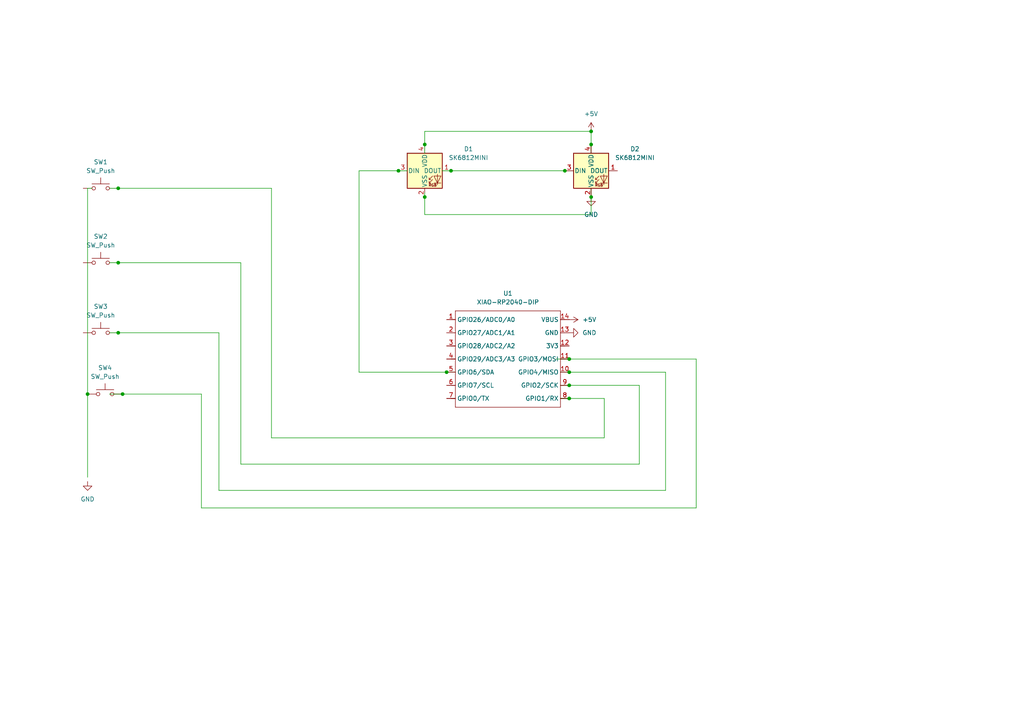
<source format=kicad_sch>
(kicad_sch
	(version 20231120)
	(generator "eeschema")
	(generator_version "8.0")
	(uuid "31334074-45fd-41da-9072-c07b1904e6c5")
	(paper "A4")
	(lib_symbols
		(symbol "LED:SK6812MINI"
			(pin_names
				(offset 0.254)
			)
			(exclude_from_sim no)
			(in_bom yes)
			(on_board yes)
			(property "Reference" "D"
				(at 5.08 5.715 0)
				(effects
					(font
						(size 1.27 1.27)
					)
					(justify right bottom)
				)
			)
			(property "Value" "SK6812MINI"
				(at 1.27 -5.715 0)
				(effects
					(font
						(size 1.27 1.27)
					)
					(justify left top)
				)
			)
			(property "Footprint" "LED_SMD:LED_SK6812MINI_PLCC4_3.5x3.5mm_P1.75mm"
				(at 1.27 -7.62 0)
				(effects
					(font
						(size 1.27 1.27)
					)
					(justify left top)
					(hide yes)
				)
			)
			(property "Datasheet" "https://cdn-shop.adafruit.com/product-files/2686/SK6812MINI_REV.01-1-2.pdf"
				(at 2.54 -9.525 0)
				(effects
					(font
						(size 1.27 1.27)
					)
					(justify left top)
					(hide yes)
				)
			)
			(property "Description" "RGB LED with integrated controller"
				(at 0 0 0)
				(effects
					(font
						(size 1.27 1.27)
					)
					(hide yes)
				)
			)
			(property "ki_keywords" "RGB LED NeoPixel Mini addressable"
				(at 0 0 0)
				(effects
					(font
						(size 1.27 1.27)
					)
					(hide yes)
				)
			)
			(property "ki_fp_filters" "LED*SK6812MINI*PLCC*3.5x3.5mm*P1.75mm*"
				(at 0 0 0)
				(effects
					(font
						(size 1.27 1.27)
					)
					(hide yes)
				)
			)
			(symbol "SK6812MINI_0_0"
				(text "RGB"
					(at 2.286 -4.191 0)
					(effects
						(font
							(size 0.762 0.762)
						)
					)
				)
			)
			(symbol "SK6812MINI_0_1"
				(polyline
					(pts
						(xy 1.27 -3.556) (xy 1.778 -3.556)
					)
					(stroke
						(width 0)
						(type default)
					)
					(fill
						(type none)
					)
				)
				(polyline
					(pts
						(xy 1.27 -2.54) (xy 1.778 -2.54)
					)
					(stroke
						(width 0)
						(type default)
					)
					(fill
						(type none)
					)
				)
				(polyline
					(pts
						(xy 4.699 -3.556) (xy 2.667 -3.556)
					)
					(stroke
						(width 0)
						(type default)
					)
					(fill
						(type none)
					)
				)
				(polyline
					(pts
						(xy 2.286 -2.54) (xy 1.27 -3.556) (xy 1.27 -3.048)
					)
					(stroke
						(width 0)
						(type default)
					)
					(fill
						(type none)
					)
				)
				(polyline
					(pts
						(xy 2.286 -1.524) (xy 1.27 -2.54) (xy 1.27 -2.032)
					)
					(stroke
						(width 0)
						(type default)
					)
					(fill
						(type none)
					)
				)
				(polyline
					(pts
						(xy 3.683 -1.016) (xy 3.683 -3.556) (xy 3.683 -4.064)
					)
					(stroke
						(width 0)
						(type default)
					)
					(fill
						(type none)
					)
				)
				(polyline
					(pts
						(xy 4.699 -1.524) (xy 2.667 -1.524) (xy 3.683 -3.556) (xy 4.699 -1.524)
					)
					(stroke
						(width 0)
						(type default)
					)
					(fill
						(type none)
					)
				)
				(rectangle
					(start 5.08 5.08)
					(end -5.08 -5.08)
					(stroke
						(width 0.254)
						(type default)
					)
					(fill
						(type background)
					)
				)
			)
			(symbol "SK6812MINI_1_1"
				(pin output line
					(at 7.62 0 180)
					(length 2.54)
					(name "DOUT"
						(effects
							(font
								(size 1.27 1.27)
							)
						)
					)
					(number "1"
						(effects
							(font
								(size 1.27 1.27)
							)
						)
					)
				)
				(pin power_in line
					(at 0 -7.62 90)
					(length 2.54)
					(name "VSS"
						(effects
							(font
								(size 1.27 1.27)
							)
						)
					)
					(number "2"
						(effects
							(font
								(size 1.27 1.27)
							)
						)
					)
				)
				(pin input line
					(at -7.62 0 0)
					(length 2.54)
					(name "DIN"
						(effects
							(font
								(size 1.27 1.27)
							)
						)
					)
					(number "3"
						(effects
							(font
								(size 1.27 1.27)
							)
						)
					)
				)
				(pin power_in line
					(at 0 7.62 270)
					(length 2.54)
					(name "VDD"
						(effects
							(font
								(size 1.27 1.27)
							)
						)
					)
					(number "4"
						(effects
							(font
								(size 1.27 1.27)
							)
						)
					)
				)
			)
		)
		(symbol "OPL:XIAO-RP2040-DIP"
			(exclude_from_sim no)
			(in_bom yes)
			(on_board yes)
			(property "Reference" "U"
				(at 0 0 0)
				(effects
					(font
						(size 1.27 1.27)
					)
				)
			)
			(property "Value" "XIAO-RP2040-DIP"
				(at 5.334 -1.778 0)
				(effects
					(font
						(size 1.27 1.27)
					)
				)
			)
			(property "Footprint" "Module:MOUDLE14P-XIAO-DIP-SMD"
				(at 14.478 -32.258 0)
				(effects
					(font
						(size 1.27 1.27)
					)
					(hide yes)
				)
			)
			(property "Datasheet" ""
				(at 0 0 0)
				(effects
					(font
						(size 1.27 1.27)
					)
					(hide yes)
				)
			)
			(property "Description" ""
				(at 0 0 0)
				(effects
					(font
						(size 1.27 1.27)
					)
					(hide yes)
				)
			)
			(symbol "XIAO-RP2040-DIP_1_0"
				(polyline
					(pts
						(xy -1.27 -30.48) (xy -1.27 -16.51)
					)
					(stroke
						(width 0.1524)
						(type solid)
					)
					(fill
						(type none)
					)
				)
				(polyline
					(pts
						(xy -1.27 -27.94) (xy -2.54 -27.94)
					)
					(stroke
						(width 0.1524)
						(type solid)
					)
					(fill
						(type none)
					)
				)
				(polyline
					(pts
						(xy -1.27 -24.13) (xy -2.54 -24.13)
					)
					(stroke
						(width 0.1524)
						(type solid)
					)
					(fill
						(type none)
					)
				)
				(polyline
					(pts
						(xy -1.27 -20.32) (xy -2.54 -20.32)
					)
					(stroke
						(width 0.1524)
						(type solid)
					)
					(fill
						(type none)
					)
				)
				(polyline
					(pts
						(xy -1.27 -16.51) (xy -2.54 -16.51)
					)
					(stroke
						(width 0.1524)
						(type solid)
					)
					(fill
						(type none)
					)
				)
				(polyline
					(pts
						(xy -1.27 -16.51) (xy -1.27 -12.7)
					)
					(stroke
						(width 0.1524)
						(type solid)
					)
					(fill
						(type none)
					)
				)
				(polyline
					(pts
						(xy -1.27 -12.7) (xy -2.54 -12.7)
					)
					(stroke
						(width 0.1524)
						(type solid)
					)
					(fill
						(type none)
					)
				)
				(polyline
					(pts
						(xy -1.27 -12.7) (xy -1.27 -8.89)
					)
					(stroke
						(width 0.1524)
						(type solid)
					)
					(fill
						(type none)
					)
				)
				(polyline
					(pts
						(xy -1.27 -8.89) (xy -2.54 -8.89)
					)
					(stroke
						(width 0.1524)
						(type solid)
					)
					(fill
						(type none)
					)
				)
				(polyline
					(pts
						(xy -1.27 -8.89) (xy -1.27 -5.08)
					)
					(stroke
						(width 0.1524)
						(type solid)
					)
					(fill
						(type none)
					)
				)
				(polyline
					(pts
						(xy -1.27 -5.08) (xy -2.54 -5.08)
					)
					(stroke
						(width 0.1524)
						(type solid)
					)
					(fill
						(type none)
					)
				)
				(polyline
					(pts
						(xy -1.27 -5.08) (xy -1.27 -2.54)
					)
					(stroke
						(width 0.1524)
						(type solid)
					)
					(fill
						(type none)
					)
				)
				(polyline
					(pts
						(xy -1.27 -2.54) (xy 29.21 -2.54)
					)
					(stroke
						(width 0.1524)
						(type solid)
					)
					(fill
						(type none)
					)
				)
				(polyline
					(pts
						(xy 29.21 -30.48) (xy -1.27 -30.48)
					)
					(stroke
						(width 0.1524)
						(type solid)
					)
					(fill
						(type none)
					)
				)
				(polyline
					(pts
						(xy 29.21 -12.7) (xy 29.21 -30.48)
					)
					(stroke
						(width 0.1524)
						(type solid)
					)
					(fill
						(type none)
					)
				)
				(polyline
					(pts
						(xy 29.21 -8.89) (xy 29.21 -12.7)
					)
					(stroke
						(width 0.1524)
						(type solid)
					)
					(fill
						(type none)
					)
				)
				(polyline
					(pts
						(xy 29.21 -5.08) (xy 29.21 -8.89)
					)
					(stroke
						(width 0.1524)
						(type solid)
					)
					(fill
						(type none)
					)
				)
				(polyline
					(pts
						(xy 29.21 -2.54) (xy 29.21 -5.08)
					)
					(stroke
						(width 0.1524)
						(type solid)
					)
					(fill
						(type none)
					)
				)
				(polyline
					(pts
						(xy 30.48 -27.94) (xy 29.21 -27.94)
					)
					(stroke
						(width 0.1524)
						(type solid)
					)
					(fill
						(type none)
					)
				)
				(polyline
					(pts
						(xy 30.48 -24.13) (xy 29.21 -24.13)
					)
					(stroke
						(width 0.1524)
						(type solid)
					)
					(fill
						(type none)
					)
				)
				(polyline
					(pts
						(xy 30.48 -20.32) (xy 29.21 -20.32)
					)
					(stroke
						(width 0.1524)
						(type solid)
					)
					(fill
						(type none)
					)
				)
				(polyline
					(pts
						(xy 30.48 -16.51) (xy 29.21 -16.51)
					)
					(stroke
						(width 0.1524)
						(type solid)
					)
					(fill
						(type none)
					)
				)
				(polyline
					(pts
						(xy 30.48 -12.7) (xy 29.21 -12.7)
					)
					(stroke
						(width 0.1524)
						(type solid)
					)
					(fill
						(type none)
					)
				)
				(polyline
					(pts
						(xy 30.48 -8.89) (xy 29.21 -8.89)
					)
					(stroke
						(width 0.1524)
						(type solid)
					)
					(fill
						(type none)
					)
				)
				(polyline
					(pts
						(xy 30.48 -5.08) (xy 29.21 -5.08)
					)
					(stroke
						(width 0.1524)
						(type solid)
					)
					(fill
						(type none)
					)
				)
				(pin passive line
					(at -3.81 -5.08 0)
					(length 2.54)
					(name "GPIO26/ADC0/A0"
						(effects
							(font
								(size 1.27 1.27)
							)
						)
					)
					(number "1"
						(effects
							(font
								(size 1.27 1.27)
							)
						)
					)
				)
				(pin passive line
					(at 31.75 -20.32 180)
					(length 2.54)
					(name "GPIO4/MISO"
						(effects
							(font
								(size 1.27 1.27)
							)
						)
					)
					(number "10"
						(effects
							(font
								(size 1.27 1.27)
							)
						)
					)
				)
				(pin passive line
					(at 31.75 -16.51 180)
					(length 2.54)
					(name "GPIO3/MOSI"
						(effects
							(font
								(size 1.27 1.27)
							)
						)
					)
					(number "11"
						(effects
							(font
								(size 1.27 1.27)
							)
						)
					)
				)
				(pin passive line
					(at 31.75 -12.7 180)
					(length 2.54)
					(name "3V3"
						(effects
							(font
								(size 1.27 1.27)
							)
						)
					)
					(number "12"
						(effects
							(font
								(size 1.27 1.27)
							)
						)
					)
				)
				(pin passive line
					(at 31.75 -8.89 180)
					(length 2.54)
					(name "GND"
						(effects
							(font
								(size 1.27 1.27)
							)
						)
					)
					(number "13"
						(effects
							(font
								(size 1.27 1.27)
							)
						)
					)
				)
				(pin passive line
					(at 31.75 -5.08 180)
					(length 2.54)
					(name "VBUS"
						(effects
							(font
								(size 1.27 1.27)
							)
						)
					)
					(number "14"
						(effects
							(font
								(size 1.27 1.27)
							)
						)
					)
				)
				(pin passive line
					(at -3.81 -8.89 0)
					(length 2.54)
					(name "GPIO27/ADC1/A1"
						(effects
							(font
								(size 1.27 1.27)
							)
						)
					)
					(number "2"
						(effects
							(font
								(size 1.27 1.27)
							)
						)
					)
				)
				(pin passive line
					(at -3.81 -12.7 0)
					(length 2.54)
					(name "GPIO28/ADC2/A2"
						(effects
							(font
								(size 1.27 1.27)
							)
						)
					)
					(number "3"
						(effects
							(font
								(size 1.27 1.27)
							)
						)
					)
				)
				(pin passive line
					(at -3.81 -16.51 0)
					(length 2.54)
					(name "GPIO29/ADC3/A3"
						(effects
							(font
								(size 1.27 1.27)
							)
						)
					)
					(number "4"
						(effects
							(font
								(size 1.27 1.27)
							)
						)
					)
				)
				(pin passive line
					(at -3.81 -20.32 0)
					(length 2.54)
					(name "GPIO6/SDA"
						(effects
							(font
								(size 1.27 1.27)
							)
						)
					)
					(number "5"
						(effects
							(font
								(size 1.27 1.27)
							)
						)
					)
				)
				(pin passive line
					(at -3.81 -24.13 0)
					(length 2.54)
					(name "GPIO7/SCL"
						(effects
							(font
								(size 1.27 1.27)
							)
						)
					)
					(number "6"
						(effects
							(font
								(size 1.27 1.27)
							)
						)
					)
				)
				(pin passive line
					(at -3.81 -27.94 0)
					(length 2.54)
					(name "GPIO0/TX"
						(effects
							(font
								(size 1.27 1.27)
							)
						)
					)
					(number "7"
						(effects
							(font
								(size 1.27 1.27)
							)
						)
					)
				)
				(pin passive line
					(at 31.75 -27.94 180)
					(length 2.54)
					(name "GPIO1/RX"
						(effects
							(font
								(size 1.27 1.27)
							)
						)
					)
					(number "8"
						(effects
							(font
								(size 1.27 1.27)
							)
						)
					)
				)
				(pin passive line
					(at 31.75 -24.13 180)
					(length 2.54)
					(name "GPIO2/SCK"
						(effects
							(font
								(size 1.27 1.27)
							)
						)
					)
					(number "9"
						(effects
							(font
								(size 1.27 1.27)
							)
						)
					)
				)
			)
		)
		(symbol "Switch:SW_Push"
			(pin_numbers hide)
			(pin_names
				(offset 1.016) hide)
			(exclude_from_sim no)
			(in_bom yes)
			(on_board yes)
			(property "Reference" "SW"
				(at 1.27 2.54 0)
				(effects
					(font
						(size 1.27 1.27)
					)
					(justify left)
				)
			)
			(property "Value" "SW_Push"
				(at 0 -1.524 0)
				(effects
					(font
						(size 1.27 1.27)
					)
				)
			)
			(property "Footprint" ""
				(at 0 5.08 0)
				(effects
					(font
						(size 1.27 1.27)
					)
					(hide yes)
				)
			)
			(property "Datasheet" "~"
				(at 0 5.08 0)
				(effects
					(font
						(size 1.27 1.27)
					)
					(hide yes)
				)
			)
			(property "Description" "Push button switch, generic, two pins"
				(at 0 0 0)
				(effects
					(font
						(size 1.27 1.27)
					)
					(hide yes)
				)
			)
			(property "ki_keywords" "switch normally-open pushbutton push-button"
				(at 0 0 0)
				(effects
					(font
						(size 1.27 1.27)
					)
					(hide yes)
				)
			)
			(symbol "SW_Push_0_1"
				(circle
					(center -2.032 0)
					(radius 0.508)
					(stroke
						(width 0)
						(type default)
					)
					(fill
						(type none)
					)
				)
				(polyline
					(pts
						(xy 0 1.27) (xy 0 3.048)
					)
					(stroke
						(width 0)
						(type default)
					)
					(fill
						(type none)
					)
				)
				(polyline
					(pts
						(xy 2.54 1.27) (xy -2.54 1.27)
					)
					(stroke
						(width 0)
						(type default)
					)
					(fill
						(type none)
					)
				)
				(circle
					(center 2.032 0)
					(radius 0.508)
					(stroke
						(width 0)
						(type default)
					)
					(fill
						(type none)
					)
				)
				(pin passive line
					(at -5.08 0 0)
					(length 2.54)
					(name "1"
						(effects
							(font
								(size 1.27 1.27)
							)
						)
					)
					(number "1"
						(effects
							(font
								(size 1.27 1.27)
							)
						)
					)
				)
				(pin passive line
					(at 5.08 0 180)
					(length 2.54)
					(name "2"
						(effects
							(font
								(size 1.27 1.27)
							)
						)
					)
					(number "2"
						(effects
							(font
								(size 1.27 1.27)
							)
						)
					)
				)
			)
		)
		(symbol "power:+5V"
			(power)
			(pin_numbers hide)
			(pin_names
				(offset 0) hide)
			(exclude_from_sim no)
			(in_bom yes)
			(on_board yes)
			(property "Reference" "#PWR"
				(at 0 -3.81 0)
				(effects
					(font
						(size 1.27 1.27)
					)
					(hide yes)
				)
			)
			(property "Value" "+5V"
				(at 0 3.556 0)
				(effects
					(font
						(size 1.27 1.27)
					)
				)
			)
			(property "Footprint" ""
				(at 0 0 0)
				(effects
					(font
						(size 1.27 1.27)
					)
					(hide yes)
				)
			)
			(property "Datasheet" ""
				(at 0 0 0)
				(effects
					(font
						(size 1.27 1.27)
					)
					(hide yes)
				)
			)
			(property "Description" "Power symbol creates a global label with name \"+5V\""
				(at 0 0 0)
				(effects
					(font
						(size 1.27 1.27)
					)
					(hide yes)
				)
			)
			(property "ki_keywords" "global power"
				(at 0 0 0)
				(effects
					(font
						(size 1.27 1.27)
					)
					(hide yes)
				)
			)
			(symbol "+5V_0_1"
				(polyline
					(pts
						(xy -0.762 1.27) (xy 0 2.54)
					)
					(stroke
						(width 0)
						(type default)
					)
					(fill
						(type none)
					)
				)
				(polyline
					(pts
						(xy 0 0) (xy 0 2.54)
					)
					(stroke
						(width 0)
						(type default)
					)
					(fill
						(type none)
					)
				)
				(polyline
					(pts
						(xy 0 2.54) (xy 0.762 1.27)
					)
					(stroke
						(width 0)
						(type default)
					)
					(fill
						(type none)
					)
				)
			)
			(symbol "+5V_1_1"
				(pin power_in line
					(at 0 0 90)
					(length 0)
					(name "~"
						(effects
							(font
								(size 1.27 1.27)
							)
						)
					)
					(number "1"
						(effects
							(font
								(size 1.27 1.27)
							)
						)
					)
				)
			)
		)
		(symbol "power:GND"
			(power)
			(pin_numbers hide)
			(pin_names
				(offset 0) hide)
			(exclude_from_sim no)
			(in_bom yes)
			(on_board yes)
			(property "Reference" "#PWR"
				(at 0 -6.35 0)
				(effects
					(font
						(size 1.27 1.27)
					)
					(hide yes)
				)
			)
			(property "Value" "GND"
				(at 0 -3.81 0)
				(effects
					(font
						(size 1.27 1.27)
					)
				)
			)
			(property "Footprint" ""
				(at 0 0 0)
				(effects
					(font
						(size 1.27 1.27)
					)
					(hide yes)
				)
			)
			(property "Datasheet" ""
				(at 0 0 0)
				(effects
					(font
						(size 1.27 1.27)
					)
					(hide yes)
				)
			)
			(property "Description" "Power symbol creates a global label with name \"GND\" , ground"
				(at 0 0 0)
				(effects
					(font
						(size 1.27 1.27)
					)
					(hide yes)
				)
			)
			(property "ki_keywords" "global power"
				(at 0 0 0)
				(effects
					(font
						(size 1.27 1.27)
					)
					(hide yes)
				)
			)
			(symbol "GND_0_1"
				(polyline
					(pts
						(xy 0 0) (xy 0 -1.27) (xy 1.27 -1.27) (xy 0 -2.54) (xy -1.27 -1.27) (xy 0 -1.27)
					)
					(stroke
						(width 0)
						(type default)
					)
					(fill
						(type none)
					)
				)
			)
			(symbol "GND_1_1"
				(pin power_in line
					(at 0 0 270)
					(length 0)
					(name "~"
						(effects
							(font
								(size 1.27 1.27)
							)
						)
					)
					(number "1"
						(effects
							(font
								(size 1.27 1.27)
							)
						)
					)
				)
			)
		)
	)
	(junction
		(at 34.29 54.61)
		(diameter 0)
		(color 0 0 0 0)
		(uuid "0dbf171f-5aed-4286-b379-10ef7a330052")
	)
	(junction
		(at 34.29 76.2)
		(diameter 0)
		(color 0 0 0 0)
		(uuid "0eba3533-4513-4514-b581-f53b7d14d123")
	)
	(junction
		(at 165.1 115.57)
		(diameter 0)
		(color 0 0 0 0)
		(uuid "17f0cfb3-2a80-4330-b979-74c571a63143")
	)
	(junction
		(at 163.83 49.53)
		(diameter 0)
		(color 0 0 0 0)
		(uuid "2265761e-d164-456b-8a48-823505df58f1")
	)
	(junction
		(at 123.19 41.91)
		(diameter 0)
		(color 0 0 0 0)
		(uuid "356dc5d0-55ce-45ed-b838-e27c321def52")
	)
	(junction
		(at 34.29 96.52)
		(diameter 0)
		(color 0 0 0 0)
		(uuid "3646049f-cb79-4da5-8d55-dece0042e63e")
	)
	(junction
		(at 130.81 49.53)
		(diameter 0)
		(color 0 0 0 0)
		(uuid "4d3054f7-1504-4819-8124-f89ffa6038f9")
	)
	(junction
		(at 165.1 111.76)
		(diameter 0)
		(color 0 0 0 0)
		(uuid "53a0b990-840f-48e0-9dd9-99236a7de584")
	)
	(junction
		(at 129.54 107.95)
		(diameter 0)
		(color 0 0 0 0)
		(uuid "7bb26772-abec-4ca2-9d46-6fa03053d04b")
	)
	(junction
		(at 165.1 107.95)
		(diameter 0)
		(color 0 0 0 0)
		(uuid "89974134-9f07-4ae1-840b-251315d56bae")
	)
	(junction
		(at 171.45 38.1)
		(diameter 0)
		(color 0 0 0 0)
		(uuid "8e7ae554-f88c-4297-b5cc-41718764e03a")
	)
	(junction
		(at 115.57 49.53)
		(diameter 0)
		(color 0 0 0 0)
		(uuid "9a431b02-dcba-49de-9e72-b782ce2048ff")
	)
	(junction
		(at 25.4 114.3)
		(diameter 0)
		(color 0 0 0 0)
		(uuid "a1a289dc-7827-4d45-be95-4ddb85e7bd03")
	)
	(junction
		(at 171.45 41.91)
		(diameter 0)
		(color 0 0 0 0)
		(uuid "d588c368-c868-423c-9c5e-caabc2bd0bcc")
	)
	(junction
		(at 165.1 104.14)
		(diameter 0)
		(color 0 0 0 0)
		(uuid "e390f6ee-e19d-451c-bf37-73fe1c5b4408")
	)
	(junction
		(at 35.56 114.3)
		(diameter 0)
		(color 0 0 0 0)
		(uuid "ef554074-e3f0-42a4-a1ec-edbb8b150f14")
	)
	(junction
		(at 171.45 57.15)
		(diameter 0)
		(color 0 0 0 0)
		(uuid "f81e8fea-f7c6-4d14-b175-0146ccffbec6")
	)
	(junction
		(at 123.19 57.15)
		(diameter 0)
		(color 0 0 0 0)
		(uuid "f88b4070-521e-40a9-aaf9-76a1a5131f01")
	)
	(wire
		(pts
			(xy 165.1 111.76) (xy 185.42 111.76)
		)
		(stroke
			(width 0)
			(type default)
		)
		(uuid "053fec75-41fb-46dc-859c-e5f7e13d251b")
	)
	(wire
		(pts
			(xy 31.75 76.2) (xy 34.29 76.2)
		)
		(stroke
			(width 0)
			(type default)
		)
		(uuid "0a3ce3b4-b464-486b-9bcb-24aa40a87d77")
	)
	(wire
		(pts
			(xy 123.19 62.23) (xy 171.45 62.23)
		)
		(stroke
			(width 0)
			(type default)
		)
		(uuid "0a488b58-91a9-4bfb-b2fa-546c1999fe8c")
	)
	(wire
		(pts
			(xy 35.56 114.3) (xy 58.42 114.3)
		)
		(stroke
			(width 0)
			(type default)
		)
		(uuid "1bd4ded1-96b5-4a64-9d6d-809bfebd3769")
	)
	(wire
		(pts
			(xy 162.56 115.57) (xy 165.1 115.57)
		)
		(stroke
			(width 0)
			(type default)
		)
		(uuid "27f4c64e-9670-438c-9272-368f8ce9c6e3")
	)
	(wire
		(pts
			(xy 162.56 111.76) (xy 165.1 111.76)
		)
		(stroke
			(width 0)
			(type default)
		)
		(uuid "2cdb97ce-1241-46f5-9c30-e0658dbf74b7")
	)
	(wire
		(pts
			(xy 104.14 107.95) (xy 104.14 49.53)
		)
		(stroke
			(width 0)
			(type default)
		)
		(uuid "2e4b5bf0-7619-4e80-bc63-5b1accd67e92")
	)
	(wire
		(pts
			(xy 31.75 54.61) (xy 34.29 54.61)
		)
		(stroke
			(width 0)
			(type default)
		)
		(uuid "3280fa0a-ec99-4132-ab08-2eada74b5c74")
	)
	(wire
		(pts
			(xy 63.5 142.24) (xy 193.04 142.24)
		)
		(stroke
			(width 0)
			(type default)
		)
		(uuid "3bc014be-7b51-431b-9b29-73e69882bfe1")
	)
	(wire
		(pts
			(xy 165.1 107.95) (xy 193.04 107.95)
		)
		(stroke
			(width 0)
			(type default)
		)
		(uuid "460e7ba0-0afe-4a24-b434-de519accda24")
	)
	(wire
		(pts
			(xy 34.29 96.52) (xy 63.5 96.52)
		)
		(stroke
			(width 0)
			(type default)
		)
		(uuid "46e82756-e8ab-4be3-ad5d-a8783f63047c")
	)
	(wire
		(pts
			(xy 193.04 142.24) (xy 193.04 107.95)
		)
		(stroke
			(width 0)
			(type default)
		)
		(uuid "4a49378e-08aa-4d50-8b3e-fd0b98932c68")
	)
	(wire
		(pts
			(xy 128.27 49.53) (xy 130.81 49.53)
		)
		(stroke
			(width 0)
			(type default)
		)
		(uuid "4e114e84-bf9e-44f6-8bff-ede29bc0179d")
	)
	(wire
		(pts
			(xy 123.19 38.1) (xy 123.19 41.91)
		)
		(stroke
			(width 0)
			(type default)
		)
		(uuid "5aae2f26-820f-4dd1-8dfe-d7fda9162f51")
	)
	(wire
		(pts
			(xy 161.29 104.14) (xy 165.1 104.14)
		)
		(stroke
			(width 0)
			(type default)
		)
		(uuid "5e0f1a27-0e47-4d09-950d-09c9b06f5d4d")
	)
	(wire
		(pts
			(xy 78.74 54.61) (xy 78.74 127)
		)
		(stroke
			(width 0)
			(type default)
		)
		(uuid "650e13f1-6fd8-4ce9-8a50-8c7bcbf56daf")
	)
	(wire
		(pts
			(xy 165.1 115.57) (xy 175.26 115.57)
		)
		(stroke
			(width 0)
			(type default)
		)
		(uuid "65ec7f4e-1384-4f87-9da6-f99d0463a29e")
	)
	(wire
		(pts
			(xy 69.85 134.62) (xy 185.42 134.62)
		)
		(stroke
			(width 0)
			(type default)
		)
		(uuid "66cfef4e-eb98-4bd9-8c1a-9610ab8dfb35")
	)
	(wire
		(pts
			(xy 171.45 38.1) (xy 123.19 38.1)
		)
		(stroke
			(width 0)
			(type default)
		)
		(uuid "67ef9306-9baf-481e-aded-d52da233e45e")
	)
	(wire
		(pts
			(xy 171.45 41.91) (xy 171.45 38.1)
		)
		(stroke
			(width 0)
			(type default)
		)
		(uuid "6bba7e15-aa04-4428-8468-9481de358742")
	)
	(wire
		(pts
			(xy 123.19 55.88) (xy 123.19 57.15)
		)
		(stroke
			(width 0)
			(type default)
		)
		(uuid "6d523e9f-81e5-4857-bbdd-1561e821313b")
	)
	(wire
		(pts
			(xy 123.19 41.91) (xy 123.19 44.45)
		)
		(stroke
			(width 0)
			(type default)
		)
		(uuid "710accc5-f88b-4629-b821-661e5425129a")
	)
	(wire
		(pts
			(xy 171.45 57.15) (xy 171.45 62.23)
		)
		(stroke
			(width 0)
			(type default)
		)
		(uuid "72758c4d-32fb-4da1-a6b9-d5be9ab95054")
	)
	(wire
		(pts
			(xy 78.74 127) (xy 175.26 127)
		)
		(stroke
			(width 0)
			(type default)
		)
		(uuid "7f268df2-7646-4a0d-8e65-c27e662f3f13")
	)
	(wire
		(pts
			(xy 31.75 96.52) (xy 34.29 96.52)
		)
		(stroke
			(width 0)
			(type default)
		)
		(uuid "8bcd60eb-7758-4c4b-9862-892b8e60801d")
	)
	(wire
		(pts
			(xy 58.42 114.3) (xy 58.42 147.32)
		)
		(stroke
			(width 0)
			(type default)
		)
		(uuid "8c1b79fb-363b-42a3-a3d5-55e1ba4e9a11")
	)
	(wire
		(pts
			(xy 34.29 76.2) (xy 69.85 76.2)
		)
		(stroke
			(width 0)
			(type default)
		)
		(uuid "8cc23b93-e7ac-4e36-96e9-cf5f867484f1")
	)
	(wire
		(pts
			(xy 165.1 104.14) (xy 201.93 104.14)
		)
		(stroke
			(width 0)
			(type default)
		)
		(uuid "903d1d05-0bf3-4a04-8992-c8e8ccc315a2")
	)
	(wire
		(pts
			(xy 123.19 57.15) (xy 123.19 62.23)
		)
		(stroke
			(width 0)
			(type default)
		)
		(uuid "91a887d7-a730-4c87-b2df-a396e38c66ab")
	)
	(wire
		(pts
			(xy 63.5 96.52) (xy 63.5 142.24)
		)
		(stroke
			(width 0)
			(type default)
		)
		(uuid "a032990f-5c61-467f-a8a9-a9271bd95e54")
	)
	(wire
		(pts
			(xy 34.29 54.61) (xy 78.74 54.61)
		)
		(stroke
			(width 0)
			(type default)
		)
		(uuid "aba46fd1-c87b-4858-bfe5-3e45493b5f96")
	)
	(wire
		(pts
			(xy 201.93 147.32) (xy 201.93 104.14)
		)
		(stroke
			(width 0)
			(type default)
		)
		(uuid "ad4733af-0f21-4740-83c6-0c8e8f39023c")
	)
	(wire
		(pts
			(xy 175.26 127) (xy 175.26 115.57)
		)
		(stroke
			(width 0)
			(type default)
		)
		(uuid "adbe8169-5d6f-4c18-af15-8295a9043f5e")
	)
	(wire
		(pts
			(xy 162.56 107.95) (xy 165.1 107.95)
		)
		(stroke
			(width 0)
			(type default)
		)
		(uuid "b449975a-0f1a-4f26-b153-1b160d597bb2")
	)
	(wire
		(pts
			(xy 171.45 44.45) (xy 171.45 41.91)
		)
		(stroke
			(width 0)
			(type default)
		)
		(uuid "b46b728b-5c10-43b1-8f83-7b8ecb9b80df")
	)
	(wire
		(pts
			(xy 104.14 49.53) (xy 115.57 49.53)
		)
		(stroke
			(width 0)
			(type default)
		)
		(uuid "b6896b70-178d-4990-ab07-b2c3be90ba25")
	)
	(wire
		(pts
			(xy 163.83 49.53) (xy 166.37 49.53)
		)
		(stroke
			(width 0)
			(type default)
		)
		(uuid "b73fbe8f-3e48-446f-b15d-4d472a8ee572")
	)
	(wire
		(pts
			(xy 129.54 107.95) (xy 104.14 107.95)
		)
		(stroke
			(width 0)
			(type default)
		)
		(uuid "be0b0161-07fa-4541-9d0e-33bf154bdd95")
	)
	(wire
		(pts
			(xy 130.81 49.53) (xy 163.83 49.53)
		)
		(stroke
			(width 0)
			(type default)
		)
		(uuid "c2be85fe-3fce-4ec1-bd68-b986957be7b1")
	)
	(wire
		(pts
			(xy 58.42 147.32) (xy 201.93 147.32)
		)
		(stroke
			(width 0)
			(type default)
		)
		(uuid "cb68200f-e99b-4313-b7fa-f6b2cc9b136e")
	)
	(wire
		(pts
			(xy 69.85 76.2) (xy 69.85 134.62)
		)
		(stroke
			(width 0)
			(type default)
		)
		(uuid "cc78dc96-c2af-4be3-be86-ace3bac2af0b")
	)
	(wire
		(pts
			(xy 132.08 107.95) (xy 129.54 107.95)
		)
		(stroke
			(width 0)
			(type default)
		)
		(uuid "ceeed876-c956-44f6-b646-6f87cc24de6a")
	)
	(wire
		(pts
			(xy 115.57 49.53) (xy 118.11 49.53)
		)
		(stroke
			(width 0)
			(type default)
		)
		(uuid "d19fd7b1-a788-4853-aa28-aca05d9f0fc0")
	)
	(wire
		(pts
			(xy 31.75 114.3) (xy 35.56 114.3)
		)
		(stroke
			(width 0)
			(type default)
		)
		(uuid "d335dfac-5358-458d-8cad-992ed05f7eaa")
	)
	(wire
		(pts
			(xy 25.4 54.61) (xy 25.4 114.3)
		)
		(stroke
			(width 0)
			(type default)
		)
		(uuid "e092b445-9230-4f60-b036-bf6c75c46622")
	)
	(wire
		(pts
			(xy 171.45 54.61) (xy 171.45 57.15)
		)
		(stroke
			(width 0)
			(type default)
		)
		(uuid "e5446161-e5da-46d5-92bf-277dca34cbc2")
	)
	(wire
		(pts
			(xy 185.42 134.62) (xy 185.42 111.76)
		)
		(stroke
			(width 0)
			(type default)
		)
		(uuid "e6ca2ce8-252d-4d86-b727-5c11deb54d0e")
	)
	(wire
		(pts
			(xy 26.67 54.61) (xy 25.4 54.61)
		)
		(stroke
			(width 0)
			(type default)
		)
		(uuid "ec983f1b-b37e-4f0c-8b4b-47edb7f5903c")
	)
	(wire
		(pts
			(xy 25.4 114.3) (xy 25.4 138.43)
		)
		(stroke
			(width 0)
			(type default)
		)
		(uuid "fb65f995-cf7a-405f-a7fa-8d964c300a3e")
	)
	(symbol
		(lib_id "LED:SK6812MINI")
		(at 123.19 49.53 0)
		(unit 1)
		(exclude_from_sim no)
		(in_bom yes)
		(on_board yes)
		(dnp no)
		(fields_autoplaced yes)
		(uuid "0b84715d-31bc-47b1-b71b-fc1d9808b6ea")
		(property "Reference" "D1"
			(at 135.89 43.2114 0)
			(effects
				(font
					(size 1.27 1.27)
				)
			)
		)
		(property "Value" "SK6812MINI"
			(at 135.89 45.7514 0)
			(effects
				(font
					(size 1.27 1.27)
				)
			)
		)
		(property "Footprint" "LED_SMD:LED_SK6812MINI_PLCC4_3.5x3.5mm_P1.75mm"
			(at 124.46 57.15 0)
			(effects
				(font
					(size 1.27 1.27)
				)
				(justify left top)
				(hide yes)
			)
		)
		(property "Datasheet" "https://cdn-shop.adafruit.com/product-files/2686/SK6812MINI_REV.01-1-2.pdf"
			(at 125.73 59.055 0)
			(effects
				(font
					(size 1.27 1.27)
				)
				(justify left top)
				(hide yes)
			)
		)
		(property "Description" "RGB LED with integrated controller"
			(at 123.19 49.53 0)
			(effects
				(font
					(size 1.27 1.27)
				)
				(hide yes)
			)
		)
		(pin "3"
			(uuid "2fed9b26-7660-4c32-bade-42f495aad1ec")
		)
		(pin "1"
			(uuid "5efea51b-d5ae-4ed7-b59e-792fe1987059")
		)
		(pin "2"
			(uuid "e39e1676-887f-4bf8-a187-7e9086e7aaf5")
		)
		(pin "4"
			(uuid "22f39b99-f64f-4fde-b756-1a402f86fc48")
		)
		(instances
			(project ""
				(path "/31334074-45fd-41da-9072-c07b1904e6c5"
					(reference "D1")
					(unit 1)
				)
			)
		)
	)
	(symbol
		(lib_id "power:GND")
		(at 171.45 57.15 0)
		(unit 1)
		(exclude_from_sim no)
		(in_bom yes)
		(on_board yes)
		(dnp no)
		(fields_autoplaced yes)
		(uuid "0fb26f2b-2f6c-4b6d-ae6e-78f72089db15")
		(property "Reference" "#PWR03"
			(at 171.45 63.5 0)
			(effects
				(font
					(size 1.27 1.27)
				)
				(hide yes)
			)
		)
		(property "Value" "GND"
			(at 171.45 62.23 0)
			(effects
				(font
					(size 1.27 1.27)
				)
			)
		)
		(property "Footprint" ""
			(at 171.45 57.15 0)
			(effects
				(font
					(size 1.27 1.27)
				)
				(hide yes)
			)
		)
		(property "Datasheet" ""
			(at 171.45 57.15 0)
			(effects
				(font
					(size 1.27 1.27)
				)
				(hide yes)
			)
		)
		(property "Description" "Power symbol creates a global label with name \"GND\" , ground"
			(at 171.45 57.15 0)
			(effects
				(font
					(size 1.27 1.27)
				)
				(hide yes)
			)
		)
		(pin "1"
			(uuid "983088af-a1f3-4a4a-8e3a-4fccc095cf0a")
		)
		(instances
			(project ""
				(path "/31334074-45fd-41da-9072-c07b1904e6c5"
					(reference "#PWR03")
					(unit 1)
				)
			)
		)
	)
	(symbol
		(lib_id "power:+5V")
		(at 165.1 92.71 270)
		(unit 1)
		(exclude_from_sim no)
		(in_bom yes)
		(on_board yes)
		(dnp no)
		(fields_autoplaced yes)
		(uuid "14d91808-b71e-426d-93ac-10f3e1471113")
		(property "Reference" "#PWR02"
			(at 161.29 92.71 0)
			(effects
				(font
					(size 1.27 1.27)
				)
				(hide yes)
			)
		)
		(property "Value" "+5V"
			(at 168.91 92.7099 90)
			(effects
				(font
					(size 1.27 1.27)
				)
				(justify left)
			)
		)
		(property "Footprint" ""
			(at 165.1 92.71 0)
			(effects
				(font
					(size 1.27 1.27)
				)
				(hide yes)
			)
		)
		(property "Datasheet" ""
			(at 165.1 92.71 0)
			(effects
				(font
					(size 1.27 1.27)
				)
				(hide yes)
			)
		)
		(property "Description" "Power symbol creates a global label with name \"+5V\""
			(at 165.1 92.71 0)
			(effects
				(font
					(size 1.27 1.27)
				)
				(hide yes)
			)
		)
		(pin "1"
			(uuid "44cb93e7-bc17-4076-8d4b-3982310667d0")
		)
		(instances
			(project ""
				(path "/31334074-45fd-41da-9072-c07b1904e6c5"
					(reference "#PWR02")
					(unit 1)
				)
			)
		)
	)
	(symbol
		(lib_id "power:GND")
		(at 25.4 139.7 0)
		(unit 1)
		(exclude_from_sim no)
		(in_bom yes)
		(on_board yes)
		(dnp no)
		(fields_autoplaced yes)
		(uuid "32420999-8a41-47bf-af3d-f547d72a1cd0")
		(property "Reference" "#PWR05"
			(at 25.4 146.05 0)
			(effects
				(font
					(size 1.27 1.27)
				)
				(hide yes)
			)
		)
		(property "Value" "GND"
			(at 25.4 144.78 0)
			(effects
				(font
					(size 1.27 1.27)
				)
			)
		)
		(property "Footprint" ""
			(at 25.4 139.7 0)
			(effects
				(font
					(size 1.27 1.27)
				)
				(hide yes)
			)
		)
		(property "Datasheet" ""
			(at 25.4 139.7 0)
			(effects
				(font
					(size 1.27 1.27)
				)
				(hide yes)
			)
		)
		(property "Description" "Power symbol creates a global label with name \"GND\" , ground"
			(at 25.4 139.7 0)
			(effects
				(font
					(size 1.27 1.27)
				)
				(hide yes)
			)
		)
		(pin "1"
			(uuid "bb5de696-83f2-4f22-ba45-17f0c7a1cf12")
		)
		(instances
			(project ""
				(path "/31334074-45fd-41da-9072-c07b1904e6c5"
					(reference "#PWR05")
					(unit 1)
				)
			)
		)
	)
	(symbol
		(lib_id "Switch:SW_Push")
		(at 29.21 76.2 0)
		(unit 1)
		(exclude_from_sim no)
		(in_bom yes)
		(on_board yes)
		(dnp no)
		(fields_autoplaced yes)
		(uuid "5f77f112-1c76-4e07-9c48-cf76382ff8ee")
		(property "Reference" "SW2"
			(at 29.21 68.58 0)
			(effects
				(font
					(size 1.27 1.27)
				)
			)
		)
		(property "Value" "SW_Push"
			(at 29.21 71.12 0)
			(effects
				(font
					(size 1.27 1.27)
				)
			)
		)
		(property "Footprint" "Button_Switch_Keyboard:SW_Cherry_MX_1.00u_PCB"
			(at 29.21 71.12 0)
			(effects
				(font
					(size 1.27 1.27)
				)
				(hide yes)
			)
		)
		(property "Datasheet" "~"
			(at 29.21 71.12 0)
			(effects
				(font
					(size 1.27 1.27)
				)
				(hide yes)
			)
		)
		(property "Description" "Push button switch, generic, two pins"
			(at 29.21 76.2 0)
			(effects
				(font
					(size 1.27 1.27)
				)
				(hide yes)
			)
		)
		(pin "1"
			(uuid "cb4a18bc-1733-43c3-a283-aacefb7f9155")
		)
		(pin "2"
			(uuid "737b24ff-1825-46ab-ad8f-95599bbe11cb")
		)
		(instances
			(project "example"
				(path "/31334074-45fd-41da-9072-c07b1904e6c5"
					(reference "SW2")
					(unit 1)
				)
			)
		)
	)
	(symbol
		(lib_id "LED:SK6812MINI")
		(at 171.45 49.53 0)
		(unit 1)
		(exclude_from_sim no)
		(in_bom yes)
		(on_board yes)
		(dnp no)
		(fields_autoplaced yes)
		(uuid "664c9dad-1666-40de-85d8-0a2331681d05")
		(property "Reference" "D2"
			(at 184.15 43.2114 0)
			(effects
				(font
					(size 1.27 1.27)
				)
			)
		)
		(property "Value" "SK6812MINI"
			(at 184.15 45.7514 0)
			(effects
				(font
					(size 1.27 1.27)
				)
			)
		)
		(property "Footprint" "LED_SMD:LED_SK6812MINI_PLCC4_3.5x3.5mm_P1.75mm"
			(at 172.72 57.15 0)
			(effects
				(font
					(size 1.27 1.27)
				)
				(justify left top)
				(hide yes)
			)
		)
		(property "Datasheet" "https://cdn-shop.adafruit.com/product-files/2686/SK6812MINI_REV.01-1-2.pdf"
			(at 173.99 59.055 0)
			(effects
				(font
					(size 1.27 1.27)
				)
				(justify left top)
				(hide yes)
			)
		)
		(property "Description" "RGB LED with integrated controller"
			(at 171.45 49.53 0)
			(effects
				(font
					(size 1.27 1.27)
				)
				(hide yes)
			)
		)
		(pin "2"
			(uuid "957ba6c0-b646-4d3a-813b-814ebf5a9c6c")
		)
		(pin "3"
			(uuid "88235df8-9c92-41c7-8e6d-4e26261b964b")
		)
		(pin "1"
			(uuid "dee07669-20e1-40a7-86ef-870224e4c589")
		)
		(pin "4"
			(uuid "5cad9cd0-7d21-471d-8239-0276dd3c0f4f")
		)
		(instances
			(project ""
				(path "/31334074-45fd-41da-9072-c07b1904e6c5"
					(reference "D2")
					(unit 1)
				)
			)
		)
	)
	(symbol
		(lib_id "power:+5V")
		(at 171.45 38.1 0)
		(unit 1)
		(exclude_from_sim no)
		(in_bom yes)
		(on_board yes)
		(dnp no)
		(fields_autoplaced yes)
		(uuid "87cf5b73-da06-4fe6-9f12-366ff5616d0f")
		(property "Reference" "#PWR01"
			(at 171.45 41.91 0)
			(effects
				(font
					(size 1.27 1.27)
				)
				(hide yes)
			)
		)
		(property "Value" "+5V"
			(at 171.45 33.02 0)
			(effects
				(font
					(size 1.27 1.27)
				)
			)
		)
		(property "Footprint" ""
			(at 171.45 38.1 0)
			(effects
				(font
					(size 1.27 1.27)
				)
				(hide yes)
			)
		)
		(property "Datasheet" ""
			(at 171.45 38.1 0)
			(effects
				(font
					(size 1.27 1.27)
				)
				(hide yes)
			)
		)
		(property "Description" "Power symbol creates a global label with name \"+5V\""
			(at 171.45 38.1 0)
			(effects
				(font
					(size 1.27 1.27)
				)
				(hide yes)
			)
		)
		(pin "1"
			(uuid "5ced2736-e688-45c2-b2f5-31612ea1e96c")
		)
		(instances
			(project ""
				(path "/31334074-45fd-41da-9072-c07b1904e6c5"
					(reference "#PWR01")
					(unit 1)
				)
			)
		)
	)
	(symbol
		(lib_id "OPL:XIAO-RP2040-DIP")
		(at 133.35 87.63 0)
		(unit 1)
		(exclude_from_sim no)
		(in_bom yes)
		(on_board yes)
		(dnp no)
		(fields_autoplaced yes)
		(uuid "9656ada0-1fcd-4dd3-a919-8b87e81429ce")
		(property "Reference" "U1"
			(at 147.32 85.09 0)
			(effects
				(font
					(size 1.27 1.27)
				)
			)
		)
		(property "Value" "XIAO-RP2040-DIP"
			(at 147.32 87.63 0)
			(effects
				(font
					(size 1.27 1.27)
				)
			)
		)
		(property "Footprint" "OPL:XIAO-RP2040-SMD"
			(at 147.828 119.888 0)
			(effects
				(font
					(size 1.27 1.27)
				)
				(hide yes)
			)
		)
		(property "Datasheet" ""
			(at 133.35 87.63 0)
			(effects
				(font
					(size 1.27 1.27)
				)
				(hide yes)
			)
		)
		(property "Description" ""
			(at 133.35 87.63 0)
			(effects
				(font
					(size 1.27 1.27)
				)
				(hide yes)
			)
		)
		(pin "2"
			(uuid "7b00df42-38c7-4443-90b5-b102af3cbf15")
		)
		(pin "12"
			(uuid "20e007d2-9e7d-4d23-9bec-976c6ba302e9")
		)
		(pin "14"
			(uuid "55acb0b7-51b8-408e-9b81-5815f9fe4cf8")
		)
		(pin "6"
			(uuid "9b8f0dd7-f1be-46f6-b8e1-935e3f47b236")
		)
		(pin "13"
			(uuid "27377fb8-58dc-4041-83b7-b35cdef0d55a")
		)
		(pin "5"
			(uuid "a9cb239b-8e1e-4221-9d49-8a4a815b7a69")
		)
		(pin "1"
			(uuid "9a333cf3-50ae-4b28-a7f5-a948c8565356")
		)
		(pin "4"
			(uuid "9b27206c-10d7-4c4e-ad90-e03492c92a50")
		)
		(pin "8"
			(uuid "1d3302b5-f0d9-4152-a4e6-9b7e66b5ce19")
		)
		(pin "7"
			(uuid "045a9191-5ff9-433f-bd75-0ea80584d6db")
		)
		(pin "9"
			(uuid "9692fd4b-4c84-473b-8623-5022556b43b4")
		)
		(pin "10"
			(uuid "5127ce85-89eb-4e63-ac30-af2b42c9af4a")
		)
		(pin "3"
			(uuid "2068e719-6e91-439f-a429-682f592b2ad7")
		)
		(pin "11"
			(uuid "9d1bf634-0cfc-4096-bfc9-3e51654d6791")
		)
		(instances
			(project ""
				(path "/31334074-45fd-41da-9072-c07b1904e6c5"
					(reference "U1")
					(unit 1)
				)
			)
		)
	)
	(symbol
		(lib_id "Switch:SW_Push")
		(at 30.48 114.3 0)
		(unit 1)
		(exclude_from_sim no)
		(in_bom yes)
		(on_board yes)
		(dnp no)
		(fields_autoplaced yes)
		(uuid "9a68cf72-d1fc-4656-a68d-92a9bc8eb27b")
		(property "Reference" "SW4"
			(at 30.48 106.68 0)
			(effects
				(font
					(size 1.27 1.27)
				)
			)
		)
		(property "Value" "SW_Push"
			(at 30.48 109.22 0)
			(effects
				(font
					(size 1.27 1.27)
				)
			)
		)
		(property "Footprint" "Button_Switch_Keyboard:SW_Cherry_MX_1.00u_PCB"
			(at 30.48 109.22 0)
			(effects
				(font
					(size 1.27 1.27)
				)
				(hide yes)
			)
		)
		(property "Datasheet" "~"
			(at 30.48 109.22 0)
			(effects
				(font
					(size 1.27 1.27)
				)
				(hide yes)
			)
		)
		(property "Description" "Push button switch, generic, two pins"
			(at 30.48 114.3 0)
			(effects
				(font
					(size 1.27 1.27)
				)
				(hide yes)
			)
		)
		(pin "1"
			(uuid "7cf434f8-866a-4b2d-98d5-dd8a730e90fd")
		)
		(pin "2"
			(uuid "01a2383a-b9e7-4abc-9473-d3e1fb24e943")
		)
		(instances
			(project "example"
				(path "/31334074-45fd-41da-9072-c07b1904e6c5"
					(reference "SW4")
					(unit 1)
				)
			)
		)
	)
	(symbol
		(lib_id "power:GND")
		(at 165.1 96.52 90)
		(unit 1)
		(exclude_from_sim no)
		(in_bom yes)
		(on_board yes)
		(dnp no)
		(fields_autoplaced yes)
		(uuid "abb58945-c683-44b3-8541-53979e68eb80")
		(property "Reference" "#PWR04"
			(at 171.45 96.52 0)
			(effects
				(font
					(size 1.27 1.27)
				)
				(hide yes)
			)
		)
		(property "Value" "GND"
			(at 168.91 96.5199 90)
			(effects
				(font
					(size 1.27 1.27)
				)
				(justify right)
			)
		)
		(property "Footprint" ""
			(at 165.1 96.52 0)
			(effects
				(font
					(size 1.27 1.27)
				)
				(hide yes)
			)
		)
		(property "Datasheet" ""
			(at 165.1 96.52 0)
			(effects
				(font
					(size 1.27 1.27)
				)
				(hide yes)
			)
		)
		(property "Description" "Power symbol creates a global label with name \"GND\" , ground"
			(at 165.1 96.52 0)
			(effects
				(font
					(size 1.27 1.27)
				)
				(hide yes)
			)
		)
		(pin "1"
			(uuid "a8ecc4d9-0611-4458-ae7c-cb08612b48ce")
		)
		(instances
			(project ""
				(path "/31334074-45fd-41da-9072-c07b1904e6c5"
					(reference "#PWR04")
					(unit 1)
				)
			)
		)
	)
	(symbol
		(lib_id "Switch:SW_Push")
		(at 29.21 54.61 0)
		(unit 1)
		(exclude_from_sim no)
		(in_bom yes)
		(on_board yes)
		(dnp no)
		(fields_autoplaced yes)
		(uuid "ccd4926e-5c26-4a61-9da0-6ae5d45e9deb")
		(property "Reference" "SW1"
			(at 29.21 46.99 0)
			(effects
				(font
					(size 1.27 1.27)
				)
			)
		)
		(property "Value" "SW_Push"
			(at 29.21 49.53 0)
			(effects
				(font
					(size 1.27 1.27)
				)
			)
		)
		(property "Footprint" "Button_Switch_Keyboard:SW_Cherry_MX_1.00u_PCB"
			(at 29.21 49.53 0)
			(effects
				(font
					(size 1.27 1.27)
				)
				(hide yes)
			)
		)
		(property "Datasheet" "~"
			(at 29.21 49.53 0)
			(effects
				(font
					(size 1.27 1.27)
				)
				(hide yes)
			)
		)
		(property "Description" "Push button switch, generic, two pins"
			(at 29.21 54.61 0)
			(effects
				(font
					(size 1.27 1.27)
				)
				(hide yes)
			)
		)
		(pin "1"
			(uuid "86e4ebec-829d-47e9-8409-b3c5b9b101e7")
		)
		(pin "2"
			(uuid "a1e04574-06fc-4ffe-a4f2-653b53d3d77d")
		)
		(instances
			(project ""
				(path "/31334074-45fd-41da-9072-c07b1904e6c5"
					(reference "SW1")
					(unit 1)
				)
			)
		)
	)
	(symbol
		(lib_id "Switch:SW_Push")
		(at 29.21 96.52 0)
		(unit 1)
		(exclude_from_sim no)
		(in_bom yes)
		(on_board yes)
		(dnp no)
		(fields_autoplaced yes)
		(uuid "f073c872-5777-4806-b80e-e734b130e111")
		(property "Reference" "SW3"
			(at 29.21 88.9 0)
			(effects
				(font
					(size 1.27 1.27)
				)
			)
		)
		(property "Value" "SW_Push"
			(at 29.21 91.44 0)
			(effects
				(font
					(size 1.27 1.27)
				)
			)
		)
		(property "Footprint" "Button_Switch_Keyboard:SW_Cherry_MX_1.00u_PCB"
			(at 29.21 91.44 0)
			(effects
				(font
					(size 1.27 1.27)
				)
				(hide yes)
			)
		)
		(property "Datasheet" "~"
			(at 29.21 91.44 0)
			(effects
				(font
					(size 1.27 1.27)
				)
				(hide yes)
			)
		)
		(property "Description" "Push button switch, generic, two pins"
			(at 29.21 96.52 0)
			(effects
				(font
					(size 1.27 1.27)
				)
				(hide yes)
			)
		)
		(pin "1"
			(uuid "af9f46d6-61d5-456a-a47a-1cdf670f66ff")
		)
		(pin "2"
			(uuid "e49102d2-239c-4cf7-8afc-9e16654918bd")
		)
		(instances
			(project "example"
				(path "/31334074-45fd-41da-9072-c07b1904e6c5"
					(reference "SW3")
					(unit 1)
				)
			)
		)
	)
	(sheet_instances
		(path "/"
			(page "1")
		)
	)
)

</source>
